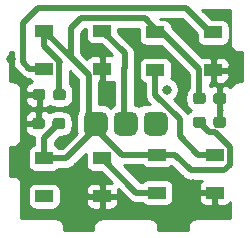
<source format=gbr>
%TF.GenerationSoftware,KiCad,Pcbnew,(5.1.10)-1*%
%TF.CreationDate,2021-06-06T01:25:55+08:00*%
%TF.ProjectId,W2S2812B,57325332-3831-4324-922e-6b696361645f,rev?*%
%TF.SameCoordinates,Original*%
%TF.FileFunction,Copper,L1,Top*%
%TF.FilePolarity,Positive*%
%FSLAX46Y46*%
G04 Gerber Fmt 4.6, Leading zero omitted, Abs format (unit mm)*
G04 Created by KiCad (PCBNEW (5.1.10)-1) date 2021-06-06 01:25:55*
%MOMM*%
%LPD*%
G01*
G04 APERTURE LIST*
%TA.AperFunction,SMDPad,CuDef*%
%ADD10R,1.500000X1.000000*%
%TD*%
%TA.AperFunction,ViaPad*%
%ADD11C,0.800000*%
%TD*%
%TA.AperFunction,Conductor*%
%ADD12C,0.508000*%
%TD*%
%TA.AperFunction,Conductor*%
%ADD13C,0.254000*%
%TD*%
%TA.AperFunction,Conductor*%
%ADD14C,0.350000*%
%TD*%
%ADD15C,0.350000*%
G04 APERTURE END LIST*
%TO.P,J1,3*%
%TO.N,GND*%
%TA.AperFunction,ComponentPad*%
G36*
G01*
X12528000Y7664000D02*
X11512000Y7664000D01*
G75*
G02*
X11004000Y8172000I0J508000D01*
G01*
X11004000Y9188000D01*
G75*
G02*
X11512000Y9696000I508000J0D01*
G01*
X12528000Y9696000D01*
G75*
G02*
X13036000Y9188000I0J-508000D01*
G01*
X13036000Y8172000D01*
G75*
G02*
X12528000Y7664000I-508000J0D01*
G01*
G37*
%TD.AperFunction*%
%TO.P,J1,2*%
%TO.N,/OUT_RGB*%
%TA.AperFunction,ComponentPad*%
G36*
G01*
X9988000Y7664000D02*
X8972000Y7664000D01*
G75*
G02*
X8464000Y8172000I0J508000D01*
G01*
X8464000Y9188000D01*
G75*
G02*
X8972000Y9696000I508000J0D01*
G01*
X9988000Y9696000D01*
G75*
G02*
X10496000Y9188000I0J-508000D01*
G01*
X10496000Y8172000D01*
G75*
G02*
X9988000Y7664000I-508000J0D01*
G01*
G37*
%TD.AperFunction*%
%TO.P,J1,1*%
%TO.N,+5V*%
%TA.AperFunction,ComponentPad*%
G36*
G01*
X7448000Y7664000D02*
X6432000Y7664000D01*
G75*
G02*
X5924000Y8172000I0J508000D01*
G01*
X5924000Y9188000D01*
G75*
G02*
X6432000Y9696000I508000J0D01*
G01*
X7448000Y9696000D01*
G75*
G02*
X7956000Y9188000I0J-508000D01*
G01*
X7956000Y8172000D01*
G75*
G02*
X7448000Y7664000I-508000J0D01*
G01*
G37*
%TD.AperFunction*%
%TD*%
D10*
%TO.P,D4,1*%
%TO.N,+5V*%
X2590000Y5750000D03*
%TO.P,D4,2*%
%TO.N,Net-(D4-Pad2)*%
X2590000Y2550000D03*
%TO.P,D4,4*%
%TO.N,Net-(D3-Pad2)*%
X7490000Y5750000D03*
%TO.P,D4,3*%
%TO.N,GND*%
X7490000Y2550000D03*
%TD*%
%TO.P,D3,1*%
%TO.N,+5V*%
X12140000Y6050000D03*
%TO.P,D3,2*%
%TO.N,Net-(D3-Pad2)*%
X12140000Y2850000D03*
%TO.P,D3,4*%
%TO.N,Net-(D2-Pad2)*%
X17040000Y6050000D03*
%TO.P,D3,3*%
%TO.N,GND*%
X17040000Y2850000D03*
%TD*%
%TO.P,D2,1*%
%TO.N,+5V*%
X11990000Y16410000D03*
%TO.P,D2,2*%
%TO.N,Net-(D2-Pad2)*%
X11990000Y13210000D03*
%TO.P,D2,4*%
%TO.N,Net-(D1-Pad2)*%
X16890000Y16410000D03*
%TO.P,D2,3*%
%TO.N,GND*%
X16890000Y13210000D03*
%TD*%
%TO.P,D1,1*%
%TO.N,+5V*%
X2590000Y16540000D03*
%TO.P,D1,2*%
%TO.N,Net-(D1-Pad2)*%
X2590000Y13340000D03*
%TO.P,D1,4*%
%TO.N,/OUT_RGB*%
X7490000Y16540000D03*
%TO.P,D1,3*%
%TO.N,GND*%
X7490000Y13340000D03*
%TD*%
%TO.P,C4,2*%
%TO.N,GND*%
%TA.AperFunction,SMDPad,CuDef*%
G36*
G01*
X16907500Y8572500D02*
X16907500Y9047500D01*
G75*
G02*
X17145000Y9285000I237500J0D01*
G01*
X17745000Y9285000D01*
G75*
G02*
X17982500Y9047500I0J-237500D01*
G01*
X17982500Y8572500D01*
G75*
G02*
X17745000Y8335000I-237500J0D01*
G01*
X17145000Y8335000D01*
G75*
G02*
X16907500Y8572500I0J237500D01*
G01*
G37*
%TD.AperFunction*%
%TO.P,C4,1*%
%TO.N,+5V*%
%TA.AperFunction,SMDPad,CuDef*%
G36*
G01*
X15182500Y8572500D02*
X15182500Y9047500D01*
G75*
G02*
X15420000Y9285000I237500J0D01*
G01*
X16020000Y9285000D01*
G75*
G02*
X16257500Y9047500I0J-237500D01*
G01*
X16257500Y8572500D01*
G75*
G02*
X16020000Y8335000I-237500J0D01*
G01*
X15420000Y8335000D01*
G75*
G02*
X15182500Y8572500I0J237500D01*
G01*
G37*
%TD.AperFunction*%
%TD*%
%TO.P,C3,2*%
%TO.N,GND*%
%TA.AperFunction,SMDPad,CuDef*%
G36*
G01*
X2695000Y11387500D02*
X2695000Y10912500D01*
G75*
G02*
X2457500Y10675000I-237500J0D01*
G01*
X1857500Y10675000D01*
G75*
G02*
X1620000Y10912500I0J237500D01*
G01*
X1620000Y11387500D01*
G75*
G02*
X1857500Y11625000I237500J0D01*
G01*
X2457500Y11625000D01*
G75*
G02*
X2695000Y11387500I0J-237500D01*
G01*
G37*
%TD.AperFunction*%
%TO.P,C3,1*%
%TO.N,+5V*%
%TA.AperFunction,SMDPad,CuDef*%
G36*
G01*
X4420000Y11387500D02*
X4420000Y10912500D01*
G75*
G02*
X4182500Y10675000I-237500J0D01*
G01*
X3582500Y10675000D01*
G75*
G02*
X3345000Y10912500I0J237500D01*
G01*
X3345000Y11387500D01*
G75*
G02*
X3582500Y11625000I237500J0D01*
G01*
X4182500Y11625000D01*
G75*
G02*
X4420000Y11387500I0J-237500D01*
G01*
G37*
%TD.AperFunction*%
%TD*%
%TO.P,C2,2*%
%TO.N,GND*%
%TA.AperFunction,SMDPad,CuDef*%
G36*
G01*
X16912500Y10582500D02*
X16912500Y11057500D01*
G75*
G02*
X17150000Y11295000I237500J0D01*
G01*
X17750000Y11295000D01*
G75*
G02*
X17987500Y11057500I0J-237500D01*
G01*
X17987500Y10582500D01*
G75*
G02*
X17750000Y10345000I-237500J0D01*
G01*
X17150000Y10345000D01*
G75*
G02*
X16912500Y10582500I0J237500D01*
G01*
G37*
%TD.AperFunction*%
%TO.P,C2,1*%
%TO.N,+5V*%
%TA.AperFunction,SMDPad,CuDef*%
G36*
G01*
X15187500Y10582500D02*
X15187500Y11057500D01*
G75*
G02*
X15425000Y11295000I237500J0D01*
G01*
X16025000Y11295000D01*
G75*
G02*
X16262500Y11057500I0J-237500D01*
G01*
X16262500Y10582500D01*
G75*
G02*
X16025000Y10345000I-237500J0D01*
G01*
X15425000Y10345000D01*
G75*
G02*
X15187500Y10582500I0J237500D01*
G01*
G37*
%TD.AperFunction*%
%TD*%
%TO.P,C1,2*%
%TO.N,GND*%
%TA.AperFunction,SMDPad,CuDef*%
G36*
G01*
X2635000Y8937500D02*
X2635000Y8462500D01*
G75*
G02*
X2397500Y8225000I-237500J0D01*
G01*
X1797500Y8225000D01*
G75*
G02*
X1560000Y8462500I0J237500D01*
G01*
X1560000Y8937500D01*
G75*
G02*
X1797500Y9175000I237500J0D01*
G01*
X2397500Y9175000D01*
G75*
G02*
X2635000Y8937500I0J-237500D01*
G01*
G37*
%TD.AperFunction*%
%TO.P,C1,1*%
%TO.N,+5V*%
%TA.AperFunction,SMDPad,CuDef*%
G36*
G01*
X4360000Y8937500D02*
X4360000Y8462500D01*
G75*
G02*
X4122500Y8225000I-237500J0D01*
G01*
X3522500Y8225000D01*
G75*
G02*
X3285000Y8462500I0J237500D01*
G01*
X3285000Y8937500D01*
G75*
G02*
X3522500Y9175000I237500J0D01*
G01*
X4122500Y9175000D01*
G75*
G02*
X4360000Y8937500I0J-237500D01*
G01*
G37*
%TD.AperFunction*%
%TD*%
D11*
%TO.N,*%
X12960000Y11560000D03*
%TO.N,GND*%
X17830000Y14860000D03*
X7830000Y11150000D03*
X15210000Y3540000D03*
X1010000Y4110000D03*
X-250000Y14130000D03*
X10780000Y11750000D03*
%TO.N,Net-(D4-Pad2)*%
X2600000Y2560000D03*
%TD*%
D12*
%TO.N,+5V*%
X6840000Y8760000D02*
X6840000Y8150000D01*
X4440000Y5750000D02*
X2590000Y5750000D01*
X6840000Y8150000D02*
X4440000Y5750000D01*
X6358999Y9241001D02*
X6358999Y12771001D01*
X6840000Y8760000D02*
X6358999Y9241001D01*
X2590000Y15275802D02*
X3922500Y13943302D01*
X2590000Y16540000D02*
X2590000Y15275802D01*
X6840000Y8760000D02*
X6840000Y8420000D01*
X9210000Y6050000D02*
X12140000Y6050000D01*
X6840000Y8420000D02*
X9210000Y6050000D01*
X12140000Y6050000D02*
X13680000Y6050000D01*
X13680000Y6050000D02*
X14980000Y4750000D01*
X14980000Y4750000D02*
X17850000Y4750000D01*
X17850000Y4750000D02*
X18280000Y5180000D01*
X16576010Y7953990D02*
X15720000Y8810000D01*
X17071812Y7953990D02*
X16576010Y7953990D01*
X18280000Y6745802D02*
X17071812Y7953990D01*
X18280000Y5180000D02*
X18280000Y6745802D01*
X4815000Y14315000D02*
X4815000Y16675000D01*
X6358999Y12771001D02*
X4815000Y14315000D01*
X4815000Y14315000D02*
X2590000Y16540000D01*
X5670000Y17620000D02*
X11087998Y17620000D01*
X11990000Y16717998D02*
X11990000Y16410000D01*
X11087998Y17620000D02*
X11990000Y16717998D01*
X4815000Y16765000D02*
X5670000Y17620000D01*
X4815000Y16675000D02*
X4815000Y16765000D01*
X12600000Y16410000D02*
X11990000Y16410000D01*
X15725000Y13285000D02*
X12600000Y16410000D01*
X15725000Y10820000D02*
X15725000Y13285000D01*
X2590000Y7467500D02*
X3822500Y8700000D01*
X2590000Y5750000D02*
X2590000Y7467500D01*
X3882500Y13903302D02*
X3922500Y13943302D01*
X3882500Y11150000D02*
X3882500Y13903302D01*
%TO.N,/OUT_RGB*%
X9380000Y13385802D02*
X9400000Y13405802D01*
X9380000Y8760000D02*
X9380000Y13385802D01*
X9400000Y14630000D02*
X7490000Y16540000D01*
X9400000Y13405802D02*
X9400000Y14630000D01*
%TO.N,Net-(D1-Pad2)*%
X1332000Y13340000D02*
X2590000Y13340000D01*
X800000Y13872000D02*
X1332000Y13340000D01*
X800000Y17190000D02*
X800000Y13872000D01*
X2050000Y18440000D02*
X800000Y17190000D01*
X14620000Y18440000D02*
X2050000Y18440000D01*
X16650000Y16410000D02*
X14620000Y18440000D01*
X16890000Y16410000D02*
X16650000Y16410000D01*
%TO.N,Net-(D2-Pad2)*%
X15640000Y6050000D02*
X17040000Y6050000D01*
X14070000Y7620000D02*
X15640000Y6050000D01*
X14070000Y9047794D02*
X14070000Y7620000D01*
X11990000Y11127794D02*
X14070000Y9047794D01*
X11990000Y13210000D02*
X11990000Y11127794D01*
%TO.N,Net-(D3-Pad2)*%
X10390000Y2850000D02*
X7490000Y5750000D01*
X12140000Y2850000D02*
X10390000Y2850000D01*
%TO.N,Net-(D4-Pad2)*%
X2590000Y2550000D02*
X2600000Y2560000D01*
%TD*%
D13*
%TO.N,GND*%
X-88999Y13915670D02*
X-93300Y13872000D01*
X-76136Y13697726D01*
X-25302Y13530148D01*
X32665Y13421700D01*
X57248Y13375709D01*
X168342Y13240341D01*
X202259Y13212506D01*
X672501Y12742264D01*
X700341Y12708341D01*
X835709Y12597247D01*
X990149Y12514697D01*
X1086381Y12485506D01*
X1157725Y12463864D01*
X1174325Y12462229D01*
X1288333Y12451000D01*
X1288340Y12451000D01*
X1332000Y12446700D01*
X1340614Y12447548D01*
X1388815Y12388815D01*
X1485506Y12309463D01*
X1579718Y12259105D01*
X1495518Y12250812D01*
X1375820Y12214502D01*
X1265506Y12155537D01*
X1168815Y12076185D01*
X1089463Y11979494D01*
X1030498Y11869180D01*
X994188Y11749482D01*
X981928Y11625000D01*
X985000Y11435750D01*
X1143750Y11277000D01*
X2030500Y11277000D01*
X2030500Y11297000D01*
X2284500Y11297000D01*
X2284500Y11277000D01*
X2304500Y11277000D01*
X2304500Y11023000D01*
X2284500Y11023000D01*
X2284500Y10198750D01*
X2443250Y10040000D01*
X2695000Y10036928D01*
X2819482Y10049188D01*
X2939180Y10085498D01*
X3049494Y10144463D01*
X3097394Y10183774D01*
X3247433Y10103577D01*
X3411684Y10053752D01*
X3582500Y10036928D01*
X4182500Y10036928D01*
X4353316Y10053752D01*
X4517567Y10103577D01*
X4668942Y10184488D01*
X4801623Y10293377D01*
X4910512Y10426058D01*
X4991423Y10577433D01*
X5041248Y10741684D01*
X5058072Y10912500D01*
X5058072Y11387500D01*
X5041248Y11558316D01*
X4991423Y11722567D01*
X4910512Y11873942D01*
X4801623Y12006623D01*
X4771500Y12031344D01*
X4771500Y13101265D01*
X5470000Y12402765D01*
X5469999Y9807741D01*
X5373168Y9626583D01*
X5307949Y9411588D01*
X5285928Y9188000D01*
X5285928Y8172000D01*
X5307949Y7948412D01*
X5324992Y7892228D01*
X4071765Y6639000D01*
X3842219Y6639000D01*
X3791185Y6701185D01*
X3694494Y6780537D01*
X3584180Y6839502D01*
X3479000Y6871408D01*
X3479000Y7099265D01*
X3966664Y7586928D01*
X4122500Y7586928D01*
X4293316Y7603752D01*
X4457567Y7653577D01*
X4608942Y7734488D01*
X4741623Y7843377D01*
X4850512Y7976058D01*
X4931423Y8127433D01*
X4981248Y8291684D01*
X4998072Y8462500D01*
X4998072Y8937500D01*
X4981248Y9108316D01*
X4931423Y9272567D01*
X4850512Y9423942D01*
X4741623Y9556623D01*
X4608942Y9665512D01*
X4457567Y9746423D01*
X4293316Y9796248D01*
X4122500Y9813072D01*
X3522500Y9813072D01*
X3351684Y9796248D01*
X3187433Y9746423D01*
X3037394Y9666226D01*
X2989494Y9705537D01*
X2879180Y9764502D01*
X2759482Y9800812D01*
X2635000Y9813072D01*
X2383250Y9810000D01*
X2224500Y9651250D01*
X2224500Y8827000D01*
X2244500Y8827000D01*
X2244500Y8573000D01*
X2224500Y8573000D01*
X2224500Y8553000D01*
X1970500Y8553000D01*
X1970500Y8573000D01*
X1083750Y8573000D01*
X925000Y8414250D01*
X921928Y8225000D01*
X934188Y8100518D01*
X970498Y7980820D01*
X1029463Y7870506D01*
X1108815Y7773815D01*
X1205506Y7694463D01*
X1315820Y7635498D01*
X1435518Y7599188D01*
X1560000Y7586928D01*
X1708641Y7588742D01*
X1696700Y7467500D01*
X1701001Y7423830D01*
X1701001Y6871408D01*
X1595820Y6839502D01*
X1485506Y6780537D01*
X1388815Y6701185D01*
X1309463Y6604494D01*
X1250498Y6494180D01*
X1214188Y6374482D01*
X1201928Y6250000D01*
X1201928Y5250000D01*
X1214188Y5125518D01*
X1250498Y5005820D01*
X1309463Y4895506D01*
X1388815Y4798815D01*
X1485506Y4719463D01*
X1595820Y4660498D01*
X1715518Y4624188D01*
X1840000Y4611928D01*
X3340000Y4611928D01*
X3464482Y4624188D01*
X3584180Y4660498D01*
X3694494Y4719463D01*
X3791185Y4798815D01*
X3842219Y4861000D01*
X4396340Y4861000D01*
X4440000Y4856700D01*
X4483660Y4861000D01*
X4483667Y4861000D01*
X4614274Y4873864D01*
X4781851Y4924697D01*
X4936291Y5007247D01*
X5071659Y5118341D01*
X5099499Y5152264D01*
X6101928Y6154693D01*
X6101928Y5250000D01*
X6114188Y5125518D01*
X6150498Y5005820D01*
X6209463Y4895506D01*
X6288815Y4798815D01*
X6385506Y4719463D01*
X6495820Y4660498D01*
X6615518Y4624188D01*
X6740000Y4611928D01*
X7370837Y4611928D01*
X8300668Y3682097D01*
X8240000Y3688072D01*
X7775750Y3685000D01*
X7617000Y3526250D01*
X7617000Y2677000D01*
X8716250Y2677000D01*
X8875000Y2835750D01*
X8878072Y3050000D01*
X8872097Y3110668D01*
X9730501Y2252264D01*
X9758341Y2218341D01*
X9893709Y2107247D01*
X10048149Y2024697D01*
X10114058Y2004704D01*
X10215724Y1973864D01*
X10248924Y1970594D01*
X10346333Y1961000D01*
X10346339Y1961000D01*
X10389999Y1956700D01*
X10433659Y1961000D01*
X10887781Y1961000D01*
X10938815Y1898815D01*
X11035506Y1819463D01*
X11145820Y1760498D01*
X11265518Y1724188D01*
X11390000Y1711928D01*
X12890000Y1711928D01*
X13014482Y1724188D01*
X13134180Y1760498D01*
X13244494Y1819463D01*
X13341185Y1898815D01*
X13420537Y1995506D01*
X13479502Y2105820D01*
X13515812Y2225518D01*
X13528072Y2350000D01*
X15651928Y2350000D01*
X15664188Y2225518D01*
X15700498Y2105820D01*
X15759463Y1995506D01*
X15838815Y1898815D01*
X15935506Y1819463D01*
X16045820Y1760498D01*
X16165518Y1724188D01*
X16290000Y1711928D01*
X16754250Y1715000D01*
X16913000Y1873750D01*
X16913000Y2723000D01*
X15813750Y2723000D01*
X15655000Y2564250D01*
X15651928Y2350000D01*
X13528072Y2350000D01*
X13528072Y3350000D01*
X13515812Y3474482D01*
X13479502Y3594180D01*
X13420537Y3704494D01*
X13341185Y3801185D01*
X13244494Y3880537D01*
X13134180Y3939502D01*
X13014482Y3975812D01*
X12890000Y3988072D01*
X11390000Y3988072D01*
X11265518Y3975812D01*
X11145820Y3939502D01*
X11035506Y3880537D01*
X10938815Y3801185D01*
X10887781Y3739000D01*
X10758235Y3739000D01*
X9336235Y5161000D01*
X10887781Y5161000D01*
X10938815Y5098815D01*
X11035506Y5019463D01*
X11145820Y4960498D01*
X11265518Y4924188D01*
X11390000Y4911928D01*
X12890000Y4911928D01*
X13014482Y4924188D01*
X13134180Y4960498D01*
X13244494Y5019463D01*
X13341185Y5098815D01*
X13355954Y5116811D01*
X14320506Y4152259D01*
X14348341Y4118341D01*
X14483709Y4007247D01*
X14638149Y3924697D01*
X14754892Y3889284D01*
X14805725Y3873864D01*
X14822325Y3872229D01*
X14936333Y3861000D01*
X14936340Y3861000D01*
X14980000Y3856700D01*
X15023660Y3861000D01*
X15911700Y3861000D01*
X15838815Y3801185D01*
X15759463Y3704494D01*
X15700498Y3594180D01*
X15664188Y3474482D01*
X15651928Y3350000D01*
X15655000Y3135750D01*
X15813750Y2977000D01*
X16913000Y2977000D01*
X16913000Y2997000D01*
X17167000Y2997000D01*
X17167000Y2977000D01*
X17187000Y2977000D01*
X17187000Y2723000D01*
X17167000Y2723000D01*
X17167000Y1873750D01*
X17325750Y1715000D01*
X17790000Y1711928D01*
X17914482Y1724188D01*
X18034180Y1760498D01*
X18144494Y1819463D01*
X18241185Y1898815D01*
X18320537Y1995506D01*
X18340001Y2031919D01*
X18340000Y660000D01*
X15432419Y660000D01*
X15400000Y663193D01*
X15367581Y660000D01*
X15270617Y650450D01*
X15146207Y612710D01*
X15031550Y551425D01*
X14931052Y468948D01*
X14848575Y368450D01*
X14787290Y253793D01*
X14749550Y129383D01*
X14736807Y0D01*
X14740001Y-32429D01*
X14740001Y-340000D01*
X12260000Y-340000D01*
X12260000Y-32418D01*
X12263193Y0D01*
X12250450Y129383D01*
X12212710Y253793D01*
X12151425Y368450D01*
X12068948Y468948D01*
X11968450Y551425D01*
X11853793Y612710D01*
X11729383Y650450D01*
X11632419Y660000D01*
X11600000Y663193D01*
X11567581Y660000D01*
X7432419Y660000D01*
X7400000Y663193D01*
X7367581Y660000D01*
X7270617Y650450D01*
X7146207Y612710D01*
X7031550Y551425D01*
X6931052Y468948D01*
X6848575Y368450D01*
X6787290Y253793D01*
X6749550Y129383D01*
X6736807Y0D01*
X6740001Y-32429D01*
X6740001Y-340000D01*
X4260000Y-340000D01*
X4260000Y-32418D01*
X4263193Y0D01*
X4250450Y129383D01*
X4212710Y253793D01*
X4151425Y368450D01*
X4068948Y468948D01*
X3968450Y551425D01*
X3853793Y612710D01*
X3729383Y650450D01*
X3632419Y660000D01*
X3600000Y663193D01*
X3567581Y660000D01*
X660000Y660000D01*
X660000Y3050000D01*
X1201928Y3050000D01*
X1201928Y2050000D01*
X1214188Y1925518D01*
X1250498Y1805820D01*
X1309463Y1695506D01*
X1388815Y1598815D01*
X1485506Y1519463D01*
X1595820Y1460498D01*
X1715518Y1424188D01*
X1840000Y1411928D01*
X3340000Y1411928D01*
X3464482Y1424188D01*
X3584180Y1460498D01*
X3694494Y1519463D01*
X3791185Y1598815D01*
X3870537Y1695506D01*
X3929502Y1805820D01*
X3965812Y1925518D01*
X3978072Y2050000D01*
X6101928Y2050000D01*
X6114188Y1925518D01*
X6150498Y1805820D01*
X6209463Y1695506D01*
X6288815Y1598815D01*
X6385506Y1519463D01*
X6495820Y1460498D01*
X6615518Y1424188D01*
X6740000Y1411928D01*
X7204250Y1415000D01*
X7363000Y1573750D01*
X7363000Y2423000D01*
X7617000Y2423000D01*
X7617000Y1573750D01*
X7775750Y1415000D01*
X8240000Y1411928D01*
X8364482Y1424188D01*
X8484180Y1460498D01*
X8594494Y1519463D01*
X8691185Y1598815D01*
X8770537Y1695506D01*
X8829502Y1805820D01*
X8865812Y1925518D01*
X8878072Y2050000D01*
X8875000Y2264250D01*
X8716250Y2423000D01*
X7617000Y2423000D01*
X7363000Y2423000D01*
X6263750Y2423000D01*
X6105000Y2264250D01*
X6101928Y2050000D01*
X3978072Y2050000D01*
X3978072Y3050000D01*
X6101928Y3050000D01*
X6105000Y2835750D01*
X6263750Y2677000D01*
X7363000Y2677000D01*
X7363000Y3526250D01*
X7204250Y3685000D01*
X6740000Y3688072D01*
X6615518Y3675812D01*
X6495820Y3639502D01*
X6385506Y3580537D01*
X6288815Y3501185D01*
X6209463Y3404494D01*
X6150498Y3294180D01*
X6114188Y3174482D01*
X6101928Y3050000D01*
X3978072Y3050000D01*
X3965812Y3174482D01*
X3929502Y3294180D01*
X3870537Y3404494D01*
X3791185Y3501185D01*
X3694494Y3580537D01*
X3584180Y3639502D01*
X3464482Y3675812D01*
X3340000Y3688072D01*
X1840000Y3688072D01*
X1715518Y3675812D01*
X1595820Y3639502D01*
X1485506Y3580537D01*
X1388815Y3501185D01*
X1309463Y3404494D01*
X1250498Y3294180D01*
X1214188Y3174482D01*
X1201928Y3050000D01*
X660000Y3050000D01*
X660000Y3567582D01*
X663193Y3600000D01*
X650450Y3729383D01*
X612710Y3853793D01*
X551425Y3968450D01*
X468948Y4068948D01*
X368450Y4151425D01*
X253793Y4212710D01*
X129383Y4250450D01*
X32419Y4260000D01*
X0Y4263193D01*
X-32419Y4260000D01*
X-340000Y4260000D01*
X-340000Y6740000D01*
X-32419Y6740000D01*
X0Y6736807D01*
X32419Y6740000D01*
X71652Y6743864D01*
X129383Y6749550D01*
X253793Y6787290D01*
X368450Y6848575D01*
X468948Y6931052D01*
X551425Y7031550D01*
X612710Y7146207D01*
X650450Y7270617D01*
X655776Y7324697D01*
X663193Y7400000D01*
X660000Y7432419D01*
X660000Y9175000D01*
X921928Y9175000D01*
X925000Y8985750D01*
X1083750Y8827000D01*
X1970500Y8827000D01*
X1970500Y9651250D01*
X1811750Y9810000D01*
X1560000Y9813072D01*
X1435518Y9800812D01*
X1315820Y9764502D01*
X1205506Y9705537D01*
X1108815Y9626185D01*
X1029463Y9529494D01*
X970498Y9419180D01*
X934188Y9299482D01*
X921928Y9175000D01*
X660000Y9175000D01*
X660000Y10675000D01*
X981928Y10675000D01*
X994188Y10550518D01*
X1030498Y10430820D01*
X1089463Y10320506D01*
X1168815Y10223815D01*
X1265506Y10144463D01*
X1375820Y10085498D01*
X1495518Y10049188D01*
X1620000Y10036928D01*
X1871750Y10040000D01*
X2030500Y10198750D01*
X2030500Y11023000D01*
X1143750Y11023000D01*
X985000Y10864250D01*
X981928Y10675000D01*
X660000Y10675000D01*
X660000Y11567582D01*
X663193Y11600000D01*
X650450Y11729383D01*
X612710Y11853793D01*
X551425Y11968450D01*
X468948Y12068948D01*
X368450Y12151425D01*
X253793Y12212710D01*
X129383Y12250450D01*
X32419Y12260000D01*
X0Y12263193D01*
X-32419Y12260000D01*
X-340000Y12260000D01*
X-340000Y14740000D01*
X-88999Y14740000D01*
X-88999Y13915670D01*
%TA.AperFunction,Conductor*%
D14*
G36*
X-88999Y13915670D02*
G01*
X-93300Y13872000D01*
X-76136Y13697726D01*
X-25302Y13530148D01*
X32665Y13421700D01*
X57248Y13375709D01*
X168342Y13240341D01*
X202259Y13212506D01*
X672501Y12742264D01*
X700341Y12708341D01*
X835709Y12597247D01*
X990149Y12514697D01*
X1086381Y12485506D01*
X1157725Y12463864D01*
X1174325Y12462229D01*
X1288333Y12451000D01*
X1288340Y12451000D01*
X1332000Y12446700D01*
X1340614Y12447548D01*
X1388815Y12388815D01*
X1485506Y12309463D01*
X1579718Y12259105D01*
X1495518Y12250812D01*
X1375820Y12214502D01*
X1265506Y12155537D01*
X1168815Y12076185D01*
X1089463Y11979494D01*
X1030498Y11869180D01*
X994188Y11749482D01*
X981928Y11625000D01*
X985000Y11435750D01*
X1143750Y11277000D01*
X2030500Y11277000D01*
X2030500Y11297000D01*
X2284500Y11297000D01*
X2284500Y11277000D01*
X2304500Y11277000D01*
X2304500Y11023000D01*
X2284500Y11023000D01*
X2284500Y10198750D01*
X2443250Y10040000D01*
X2695000Y10036928D01*
X2819482Y10049188D01*
X2939180Y10085498D01*
X3049494Y10144463D01*
X3097394Y10183774D01*
X3247433Y10103577D01*
X3411684Y10053752D01*
X3582500Y10036928D01*
X4182500Y10036928D01*
X4353316Y10053752D01*
X4517567Y10103577D01*
X4668942Y10184488D01*
X4801623Y10293377D01*
X4910512Y10426058D01*
X4991423Y10577433D01*
X5041248Y10741684D01*
X5058072Y10912500D01*
X5058072Y11387500D01*
X5041248Y11558316D01*
X4991423Y11722567D01*
X4910512Y11873942D01*
X4801623Y12006623D01*
X4771500Y12031344D01*
X4771500Y13101265D01*
X5470000Y12402765D01*
X5469999Y9807741D01*
X5373168Y9626583D01*
X5307949Y9411588D01*
X5285928Y9188000D01*
X5285928Y8172000D01*
X5307949Y7948412D01*
X5324992Y7892228D01*
X4071765Y6639000D01*
X3842219Y6639000D01*
X3791185Y6701185D01*
X3694494Y6780537D01*
X3584180Y6839502D01*
X3479000Y6871408D01*
X3479000Y7099265D01*
X3966664Y7586928D01*
X4122500Y7586928D01*
X4293316Y7603752D01*
X4457567Y7653577D01*
X4608942Y7734488D01*
X4741623Y7843377D01*
X4850512Y7976058D01*
X4931423Y8127433D01*
X4981248Y8291684D01*
X4998072Y8462500D01*
X4998072Y8937500D01*
X4981248Y9108316D01*
X4931423Y9272567D01*
X4850512Y9423942D01*
X4741623Y9556623D01*
X4608942Y9665512D01*
X4457567Y9746423D01*
X4293316Y9796248D01*
X4122500Y9813072D01*
X3522500Y9813072D01*
X3351684Y9796248D01*
X3187433Y9746423D01*
X3037394Y9666226D01*
X2989494Y9705537D01*
X2879180Y9764502D01*
X2759482Y9800812D01*
X2635000Y9813072D01*
X2383250Y9810000D01*
X2224500Y9651250D01*
X2224500Y8827000D01*
X2244500Y8827000D01*
X2244500Y8573000D01*
X2224500Y8573000D01*
X2224500Y8553000D01*
X1970500Y8553000D01*
X1970500Y8573000D01*
X1083750Y8573000D01*
X925000Y8414250D01*
X921928Y8225000D01*
X934188Y8100518D01*
X970498Y7980820D01*
X1029463Y7870506D01*
X1108815Y7773815D01*
X1205506Y7694463D01*
X1315820Y7635498D01*
X1435518Y7599188D01*
X1560000Y7586928D01*
X1708641Y7588742D01*
X1696700Y7467500D01*
X1701001Y7423830D01*
X1701001Y6871408D01*
X1595820Y6839502D01*
X1485506Y6780537D01*
X1388815Y6701185D01*
X1309463Y6604494D01*
X1250498Y6494180D01*
X1214188Y6374482D01*
X1201928Y6250000D01*
X1201928Y5250000D01*
X1214188Y5125518D01*
X1250498Y5005820D01*
X1309463Y4895506D01*
X1388815Y4798815D01*
X1485506Y4719463D01*
X1595820Y4660498D01*
X1715518Y4624188D01*
X1840000Y4611928D01*
X3340000Y4611928D01*
X3464482Y4624188D01*
X3584180Y4660498D01*
X3694494Y4719463D01*
X3791185Y4798815D01*
X3842219Y4861000D01*
X4396340Y4861000D01*
X4440000Y4856700D01*
X4483660Y4861000D01*
X4483667Y4861000D01*
X4614274Y4873864D01*
X4781851Y4924697D01*
X4936291Y5007247D01*
X5071659Y5118341D01*
X5099499Y5152264D01*
X6101928Y6154693D01*
X6101928Y5250000D01*
X6114188Y5125518D01*
X6150498Y5005820D01*
X6209463Y4895506D01*
X6288815Y4798815D01*
X6385506Y4719463D01*
X6495820Y4660498D01*
X6615518Y4624188D01*
X6740000Y4611928D01*
X7370837Y4611928D01*
X8300668Y3682097D01*
X8240000Y3688072D01*
X7775750Y3685000D01*
X7617000Y3526250D01*
X7617000Y2677000D01*
X8716250Y2677000D01*
X8875000Y2835750D01*
X8878072Y3050000D01*
X8872097Y3110668D01*
X9730501Y2252264D01*
X9758341Y2218341D01*
X9893709Y2107247D01*
X10048149Y2024697D01*
X10114058Y2004704D01*
X10215724Y1973864D01*
X10248924Y1970594D01*
X10346333Y1961000D01*
X10346339Y1961000D01*
X10389999Y1956700D01*
X10433659Y1961000D01*
X10887781Y1961000D01*
X10938815Y1898815D01*
X11035506Y1819463D01*
X11145820Y1760498D01*
X11265518Y1724188D01*
X11390000Y1711928D01*
X12890000Y1711928D01*
X13014482Y1724188D01*
X13134180Y1760498D01*
X13244494Y1819463D01*
X13341185Y1898815D01*
X13420537Y1995506D01*
X13479502Y2105820D01*
X13515812Y2225518D01*
X13528072Y2350000D01*
X15651928Y2350000D01*
X15664188Y2225518D01*
X15700498Y2105820D01*
X15759463Y1995506D01*
X15838815Y1898815D01*
X15935506Y1819463D01*
X16045820Y1760498D01*
X16165518Y1724188D01*
X16290000Y1711928D01*
X16754250Y1715000D01*
X16913000Y1873750D01*
X16913000Y2723000D01*
X15813750Y2723000D01*
X15655000Y2564250D01*
X15651928Y2350000D01*
X13528072Y2350000D01*
X13528072Y3350000D01*
X13515812Y3474482D01*
X13479502Y3594180D01*
X13420537Y3704494D01*
X13341185Y3801185D01*
X13244494Y3880537D01*
X13134180Y3939502D01*
X13014482Y3975812D01*
X12890000Y3988072D01*
X11390000Y3988072D01*
X11265518Y3975812D01*
X11145820Y3939502D01*
X11035506Y3880537D01*
X10938815Y3801185D01*
X10887781Y3739000D01*
X10758235Y3739000D01*
X9336235Y5161000D01*
X10887781Y5161000D01*
X10938815Y5098815D01*
X11035506Y5019463D01*
X11145820Y4960498D01*
X11265518Y4924188D01*
X11390000Y4911928D01*
X12890000Y4911928D01*
X13014482Y4924188D01*
X13134180Y4960498D01*
X13244494Y5019463D01*
X13341185Y5098815D01*
X13355954Y5116811D01*
X14320506Y4152259D01*
X14348341Y4118341D01*
X14483709Y4007247D01*
X14638149Y3924697D01*
X14754892Y3889284D01*
X14805725Y3873864D01*
X14822325Y3872229D01*
X14936333Y3861000D01*
X14936340Y3861000D01*
X14980000Y3856700D01*
X15023660Y3861000D01*
X15911700Y3861000D01*
X15838815Y3801185D01*
X15759463Y3704494D01*
X15700498Y3594180D01*
X15664188Y3474482D01*
X15651928Y3350000D01*
X15655000Y3135750D01*
X15813750Y2977000D01*
X16913000Y2977000D01*
X16913000Y2997000D01*
X17167000Y2997000D01*
X17167000Y2977000D01*
X17187000Y2977000D01*
X17187000Y2723000D01*
X17167000Y2723000D01*
X17167000Y1873750D01*
X17325750Y1715000D01*
X17790000Y1711928D01*
X17914482Y1724188D01*
X18034180Y1760498D01*
X18144494Y1819463D01*
X18241185Y1898815D01*
X18320537Y1995506D01*
X18340001Y2031919D01*
X18340000Y660000D01*
X15432419Y660000D01*
X15400000Y663193D01*
X15367581Y660000D01*
X15270617Y650450D01*
X15146207Y612710D01*
X15031550Y551425D01*
X14931052Y468948D01*
X14848575Y368450D01*
X14787290Y253793D01*
X14749550Y129383D01*
X14736807Y0D01*
X14740001Y-32429D01*
X14740001Y-340000D01*
X12260000Y-340000D01*
X12260000Y-32418D01*
X12263193Y0D01*
X12250450Y129383D01*
X12212710Y253793D01*
X12151425Y368450D01*
X12068948Y468948D01*
X11968450Y551425D01*
X11853793Y612710D01*
X11729383Y650450D01*
X11632419Y660000D01*
X11600000Y663193D01*
X11567581Y660000D01*
X7432419Y660000D01*
X7400000Y663193D01*
X7367581Y660000D01*
X7270617Y650450D01*
X7146207Y612710D01*
X7031550Y551425D01*
X6931052Y468948D01*
X6848575Y368450D01*
X6787290Y253793D01*
X6749550Y129383D01*
X6736807Y0D01*
X6740001Y-32429D01*
X6740001Y-340000D01*
X4260000Y-340000D01*
X4260000Y-32418D01*
X4263193Y0D01*
X4250450Y129383D01*
X4212710Y253793D01*
X4151425Y368450D01*
X4068948Y468948D01*
X3968450Y551425D01*
X3853793Y612710D01*
X3729383Y650450D01*
X3632419Y660000D01*
X3600000Y663193D01*
X3567581Y660000D01*
X660000Y660000D01*
X660000Y3050000D01*
X1201928Y3050000D01*
X1201928Y2050000D01*
X1214188Y1925518D01*
X1250498Y1805820D01*
X1309463Y1695506D01*
X1388815Y1598815D01*
X1485506Y1519463D01*
X1595820Y1460498D01*
X1715518Y1424188D01*
X1840000Y1411928D01*
X3340000Y1411928D01*
X3464482Y1424188D01*
X3584180Y1460498D01*
X3694494Y1519463D01*
X3791185Y1598815D01*
X3870537Y1695506D01*
X3929502Y1805820D01*
X3965812Y1925518D01*
X3978072Y2050000D01*
X6101928Y2050000D01*
X6114188Y1925518D01*
X6150498Y1805820D01*
X6209463Y1695506D01*
X6288815Y1598815D01*
X6385506Y1519463D01*
X6495820Y1460498D01*
X6615518Y1424188D01*
X6740000Y1411928D01*
X7204250Y1415000D01*
X7363000Y1573750D01*
X7363000Y2423000D01*
X7617000Y2423000D01*
X7617000Y1573750D01*
X7775750Y1415000D01*
X8240000Y1411928D01*
X8364482Y1424188D01*
X8484180Y1460498D01*
X8594494Y1519463D01*
X8691185Y1598815D01*
X8770537Y1695506D01*
X8829502Y1805820D01*
X8865812Y1925518D01*
X8878072Y2050000D01*
X8875000Y2264250D01*
X8716250Y2423000D01*
X7617000Y2423000D01*
X7363000Y2423000D01*
X6263750Y2423000D01*
X6105000Y2264250D01*
X6101928Y2050000D01*
X3978072Y2050000D01*
X3978072Y3050000D01*
X6101928Y3050000D01*
X6105000Y2835750D01*
X6263750Y2677000D01*
X7363000Y2677000D01*
X7363000Y3526250D01*
X7204250Y3685000D01*
X6740000Y3688072D01*
X6615518Y3675812D01*
X6495820Y3639502D01*
X6385506Y3580537D01*
X6288815Y3501185D01*
X6209463Y3404494D01*
X6150498Y3294180D01*
X6114188Y3174482D01*
X6101928Y3050000D01*
X3978072Y3050000D01*
X3965812Y3174482D01*
X3929502Y3294180D01*
X3870537Y3404494D01*
X3791185Y3501185D01*
X3694494Y3580537D01*
X3584180Y3639502D01*
X3464482Y3675812D01*
X3340000Y3688072D01*
X1840000Y3688072D01*
X1715518Y3675812D01*
X1595820Y3639502D01*
X1485506Y3580537D01*
X1388815Y3501185D01*
X1309463Y3404494D01*
X1250498Y3294180D01*
X1214188Y3174482D01*
X1201928Y3050000D01*
X660000Y3050000D01*
X660000Y3567582D01*
X663193Y3600000D01*
X650450Y3729383D01*
X612710Y3853793D01*
X551425Y3968450D01*
X468948Y4068948D01*
X368450Y4151425D01*
X253793Y4212710D01*
X129383Y4250450D01*
X32419Y4260000D01*
X0Y4263193D01*
X-32419Y4260000D01*
X-340000Y4260000D01*
X-340000Y6740000D01*
X-32419Y6740000D01*
X0Y6736807D01*
X32419Y6740000D01*
X71652Y6743864D01*
X129383Y6749550D01*
X253793Y6787290D01*
X368450Y6848575D01*
X468948Y6931052D01*
X551425Y7031550D01*
X612710Y7146207D01*
X650450Y7270617D01*
X655776Y7324697D01*
X663193Y7400000D01*
X660000Y7432419D01*
X660000Y9175000D01*
X921928Y9175000D01*
X925000Y8985750D01*
X1083750Y8827000D01*
X1970500Y8827000D01*
X1970500Y9651250D01*
X1811750Y9810000D01*
X1560000Y9813072D01*
X1435518Y9800812D01*
X1315820Y9764502D01*
X1205506Y9705537D01*
X1108815Y9626185D01*
X1029463Y9529494D01*
X970498Y9419180D01*
X934188Y9299482D01*
X921928Y9175000D01*
X660000Y9175000D01*
X660000Y10675000D01*
X981928Y10675000D01*
X994188Y10550518D01*
X1030498Y10430820D01*
X1089463Y10320506D01*
X1168815Y10223815D01*
X1265506Y10144463D01*
X1375820Y10085498D01*
X1495518Y10049188D01*
X1620000Y10036928D01*
X1871750Y10040000D01*
X2030500Y10198750D01*
X2030500Y11023000D01*
X1143750Y11023000D01*
X985000Y10864250D01*
X981928Y10675000D01*
X660000Y10675000D01*
X660000Y11567582D01*
X663193Y11600000D01*
X650450Y11729383D01*
X612710Y11853793D01*
X551425Y11968450D01*
X468948Y12068948D01*
X368450Y12151425D01*
X253793Y12212710D01*
X129383Y12250450D01*
X32419Y12260000D01*
X0Y12263193D01*
X-32419Y12260000D01*
X-340000Y12260000D01*
X-340000Y14740000D01*
X-88999Y14740000D01*
X-88999Y13915670D01*
G37*
%TD.AperFunction*%
D13*
X12147000Y8807000D02*
X12167000Y8807000D01*
X12167000Y8553000D01*
X12147000Y8553000D01*
X12147000Y8533000D01*
X11893000Y8533000D01*
X11893000Y8553000D01*
X11873000Y8553000D01*
X11873000Y8807000D01*
X11893000Y8807000D01*
X11893000Y8827000D01*
X12147000Y8827000D01*
X12147000Y8807000D01*
%TA.AperFunction,Conductor*%
D14*
G36*
X12147000Y8807000D02*
G01*
X12167000Y8807000D01*
X12167000Y8553000D01*
X12147000Y8553000D01*
X12147000Y8533000D01*
X11893000Y8533000D01*
X11893000Y8553000D01*
X11873000Y8553000D01*
X11873000Y8807000D01*
X11893000Y8807000D01*
X11893000Y8827000D01*
X12147000Y8827000D01*
X12147000Y8807000D01*
G37*
%TD.AperFunction*%
D13*
X18340001Y15432429D02*
X18336807Y15400000D01*
X18349550Y15270617D01*
X18387290Y15146207D01*
X18448575Y15031550D01*
X18531052Y14931052D01*
X18631550Y14848575D01*
X18746207Y14787290D01*
X18870617Y14749550D01*
X18967581Y14740000D01*
X19000000Y14736807D01*
X19032419Y14740000D01*
X19340001Y14740000D01*
X19340000Y12260000D01*
X19032419Y12260000D01*
X19000000Y12263193D01*
X18967581Y12260000D01*
X18870617Y12250450D01*
X18746207Y12212710D01*
X18631550Y12151425D01*
X18531052Y12068948D01*
X18448575Y11968450D01*
X18387290Y11853793D01*
X18371398Y11801406D01*
X18341994Y11825537D01*
X18231680Y11884502D01*
X18111982Y11920812D01*
X17987500Y11933072D01*
X17735750Y11930000D01*
X17577000Y11771250D01*
X17577000Y10947000D01*
X17597000Y10947000D01*
X17597000Y10693000D01*
X17577000Y10693000D01*
X17577000Y9868750D01*
X17628250Y9817500D01*
X17572000Y9761250D01*
X17572000Y8937000D01*
X17592000Y8937000D01*
X17592000Y8683000D01*
X17584849Y8683000D01*
X17568103Y8696743D01*
X17413663Y8779293D01*
X17298000Y8814378D01*
X17298000Y8937000D01*
X17318000Y8937000D01*
X17318000Y9761250D01*
X17266750Y9812500D01*
X17323000Y9868750D01*
X17323000Y10693000D01*
X17303000Y10693000D01*
X17303000Y10947000D01*
X17323000Y10947000D01*
X17323000Y11771250D01*
X17164250Y11930000D01*
X16912500Y11933072D01*
X16788018Y11920812D01*
X16668320Y11884502D01*
X16614000Y11855467D01*
X16614000Y12084750D01*
X16763000Y12233750D01*
X16763000Y13083000D01*
X17017000Y13083000D01*
X17017000Y12233750D01*
X17175750Y12075000D01*
X17640000Y12071928D01*
X17764482Y12084188D01*
X17884180Y12120498D01*
X17994494Y12179463D01*
X18091185Y12258815D01*
X18170537Y12355506D01*
X18229502Y12465820D01*
X18265812Y12585518D01*
X18278072Y12710000D01*
X18275000Y12924250D01*
X18116250Y13083000D01*
X17017000Y13083000D01*
X16763000Y13083000D01*
X16743000Y13083000D01*
X16743000Y13337000D01*
X16763000Y13337000D01*
X16763000Y14186250D01*
X17017000Y14186250D01*
X17017000Y13337000D01*
X18116250Y13337000D01*
X18275000Y13495750D01*
X18278072Y13710000D01*
X18265812Y13834482D01*
X18229502Y13954180D01*
X18170537Y14064494D01*
X18091185Y14161185D01*
X17994494Y14240537D01*
X17884180Y14299502D01*
X17764482Y14335812D01*
X17640000Y14348072D01*
X17175750Y14345000D01*
X17017000Y14186250D01*
X16763000Y14186250D01*
X16604250Y14345000D01*
X16140000Y14348072D01*
X16015518Y14335812D01*
X15950996Y14316239D01*
X13378072Y16889163D01*
X13378072Y16910000D01*
X13365812Y17034482D01*
X13329502Y17154180D01*
X13270537Y17264494D01*
X13191185Y17361185D01*
X13094494Y17440537D01*
X12984180Y17499502D01*
X12864482Y17535812D01*
X12740000Y17548072D01*
X12417162Y17548072D01*
X12414234Y17551000D01*
X14251765Y17551000D01*
X15501928Y16300836D01*
X15501928Y15910000D01*
X15514188Y15785518D01*
X15550498Y15665820D01*
X15609463Y15555506D01*
X15688815Y15458815D01*
X15785506Y15379463D01*
X15895820Y15320498D01*
X16015518Y15284188D01*
X16140000Y15271928D01*
X17640000Y15271928D01*
X17764482Y15284188D01*
X17884180Y15320498D01*
X17994494Y15379463D01*
X18091185Y15458815D01*
X18170537Y15555506D01*
X18229502Y15665820D01*
X18265812Y15785518D01*
X18278072Y15910000D01*
X18278072Y16910000D01*
X18265812Y17034482D01*
X18229502Y17154180D01*
X18170537Y17264494D01*
X18091185Y17361185D01*
X17994494Y17440537D01*
X17884180Y17499502D01*
X17764482Y17535812D01*
X17640000Y17548072D01*
X16769164Y17548072D01*
X15977235Y18340000D01*
X18340000Y18340000D01*
X18340001Y15432429D01*
%TA.AperFunction,Conductor*%
D14*
G36*
X18340001Y15432429D02*
G01*
X18336807Y15400000D01*
X18349550Y15270617D01*
X18387290Y15146207D01*
X18448575Y15031550D01*
X18531052Y14931052D01*
X18631550Y14848575D01*
X18746207Y14787290D01*
X18870617Y14749550D01*
X18967581Y14740000D01*
X19000000Y14736807D01*
X19032419Y14740000D01*
X19340001Y14740000D01*
X19340000Y12260000D01*
X19032419Y12260000D01*
X19000000Y12263193D01*
X18967581Y12260000D01*
X18870617Y12250450D01*
X18746207Y12212710D01*
X18631550Y12151425D01*
X18531052Y12068948D01*
X18448575Y11968450D01*
X18387290Y11853793D01*
X18371398Y11801406D01*
X18341994Y11825537D01*
X18231680Y11884502D01*
X18111982Y11920812D01*
X17987500Y11933072D01*
X17735750Y11930000D01*
X17577000Y11771250D01*
X17577000Y10947000D01*
X17597000Y10947000D01*
X17597000Y10693000D01*
X17577000Y10693000D01*
X17577000Y9868750D01*
X17628250Y9817500D01*
X17572000Y9761250D01*
X17572000Y8937000D01*
X17592000Y8937000D01*
X17592000Y8683000D01*
X17584849Y8683000D01*
X17568103Y8696743D01*
X17413663Y8779293D01*
X17298000Y8814378D01*
X17298000Y8937000D01*
X17318000Y8937000D01*
X17318000Y9761250D01*
X17266750Y9812500D01*
X17323000Y9868750D01*
X17323000Y10693000D01*
X17303000Y10693000D01*
X17303000Y10947000D01*
X17323000Y10947000D01*
X17323000Y11771250D01*
X17164250Y11930000D01*
X16912500Y11933072D01*
X16788018Y11920812D01*
X16668320Y11884502D01*
X16614000Y11855467D01*
X16614000Y12084750D01*
X16763000Y12233750D01*
X16763000Y13083000D01*
X17017000Y13083000D01*
X17017000Y12233750D01*
X17175750Y12075000D01*
X17640000Y12071928D01*
X17764482Y12084188D01*
X17884180Y12120498D01*
X17994494Y12179463D01*
X18091185Y12258815D01*
X18170537Y12355506D01*
X18229502Y12465820D01*
X18265812Y12585518D01*
X18278072Y12710000D01*
X18275000Y12924250D01*
X18116250Y13083000D01*
X17017000Y13083000D01*
X16763000Y13083000D01*
X16743000Y13083000D01*
X16743000Y13337000D01*
X16763000Y13337000D01*
X16763000Y14186250D01*
X17017000Y14186250D01*
X17017000Y13337000D01*
X18116250Y13337000D01*
X18275000Y13495750D01*
X18278072Y13710000D01*
X18265812Y13834482D01*
X18229502Y13954180D01*
X18170537Y14064494D01*
X18091185Y14161185D01*
X17994494Y14240537D01*
X17884180Y14299502D01*
X17764482Y14335812D01*
X17640000Y14348072D01*
X17175750Y14345000D01*
X17017000Y14186250D01*
X16763000Y14186250D01*
X16604250Y14345000D01*
X16140000Y14348072D01*
X16015518Y14335812D01*
X15950996Y14316239D01*
X13378072Y16889163D01*
X13378072Y16910000D01*
X13365812Y17034482D01*
X13329502Y17154180D01*
X13270537Y17264494D01*
X13191185Y17361185D01*
X13094494Y17440537D01*
X12984180Y17499502D01*
X12864482Y17535812D01*
X12740000Y17548072D01*
X12417162Y17548072D01*
X12414234Y17551000D01*
X14251765Y17551000D01*
X15501928Y16300836D01*
X15501928Y15910000D01*
X15514188Y15785518D01*
X15550498Y15665820D01*
X15609463Y15555506D01*
X15688815Y15458815D01*
X15785506Y15379463D01*
X15895820Y15320498D01*
X16015518Y15284188D01*
X16140000Y15271928D01*
X17640000Y15271928D01*
X17764482Y15284188D01*
X17884180Y15320498D01*
X17994494Y15379463D01*
X18091185Y15458815D01*
X18170537Y15555506D01*
X18229502Y15665820D01*
X18265812Y15785518D01*
X18278072Y15910000D01*
X18278072Y16910000D01*
X18265812Y17034482D01*
X18229502Y17154180D01*
X18170537Y17264494D01*
X18091185Y17361185D01*
X17994494Y17440537D01*
X17884180Y17499502D01*
X17764482Y17535812D01*
X17640000Y17548072D01*
X16769164Y17548072D01*
X15977235Y18340000D01*
X18340000Y18340000D01*
X18340001Y15432429D01*
G37*
%TD.AperFunction*%
D13*
X10601928Y15910000D02*
X10614188Y15785518D01*
X10650498Y15665820D01*
X10709463Y15555506D01*
X10788815Y15458815D01*
X10885506Y15379463D01*
X10995820Y15320498D01*
X11115518Y15284188D01*
X11240000Y15271928D01*
X12480837Y15271928D01*
X14836001Y12916764D01*
X14836000Y11701345D01*
X14805877Y11676623D01*
X14696988Y11543942D01*
X14616077Y11392567D01*
X14566252Y11228316D01*
X14549428Y11057500D01*
X14549428Y10582500D01*
X14566252Y10411684D01*
X14616077Y10247433D01*
X14696988Y10096058D01*
X14805877Y9963377D01*
X14938558Y9854488D01*
X15009935Y9816336D01*
X14933558Y9775512D01*
X14800877Y9666623D01*
X14756533Y9612589D01*
X14701659Y9679453D01*
X14667743Y9707287D01*
X13619290Y10755740D01*
X13619774Y10756063D01*
X13763937Y10900226D01*
X13877205Y11069744D01*
X13955226Y11258102D01*
X13995000Y11458061D01*
X13995000Y11661939D01*
X13955226Y11861898D01*
X13877205Y12050256D01*
X13763937Y12219774D01*
X13619774Y12363937D01*
X13450256Y12477205D01*
X13346049Y12520369D01*
X13365812Y12585518D01*
X13378072Y12710000D01*
X13378072Y13710000D01*
X13365812Y13834482D01*
X13329502Y13954180D01*
X13270537Y14064494D01*
X13191185Y14161185D01*
X13094494Y14240537D01*
X12984180Y14299502D01*
X12864482Y14335812D01*
X12740000Y14348072D01*
X11240000Y14348072D01*
X11115518Y14335812D01*
X10995820Y14299502D01*
X10885506Y14240537D01*
X10788815Y14161185D01*
X10709463Y14064494D01*
X10650498Y13954180D01*
X10614188Y13834482D01*
X10601928Y13710000D01*
X10601928Y12710000D01*
X10614188Y12585518D01*
X10650498Y12465820D01*
X10709463Y12355506D01*
X10788815Y12258815D01*
X10885506Y12179463D01*
X10995820Y12120498D01*
X11101001Y12088592D01*
X11101001Y11171464D01*
X11096700Y11127794D01*
X11113864Y10953520D01*
X11164698Y10785942D01*
X11247248Y10631503D01*
X11327062Y10534250D01*
X11358342Y10496135D01*
X11392259Y10468300D01*
X11528694Y10331865D01*
X11004000Y10334072D01*
X10879518Y10321812D01*
X10759820Y10285502D01*
X10649506Y10226537D01*
X10576557Y10166669D01*
X10426583Y10246832D01*
X10269000Y10294635D01*
X10269000Y13208003D01*
X10276136Y13231528D01*
X10289000Y13362135D01*
X10289000Y13362141D01*
X10293300Y13405801D01*
X10289000Y13449461D01*
X10289000Y14586340D01*
X10293300Y14630000D01*
X10289000Y14673660D01*
X10289000Y14673667D01*
X10276136Y14804274D01*
X10274008Y14811291D01*
X10236800Y14933950D01*
X10225303Y14971851D01*
X10142753Y15126291D01*
X10031659Y15261659D01*
X9997742Y15289494D01*
X8878072Y16409163D01*
X8878072Y16731000D01*
X10601928Y16731000D01*
X10601928Y15910000D01*
%TA.AperFunction,Conductor*%
D14*
G36*
X10601928Y15910000D02*
G01*
X10614188Y15785518D01*
X10650498Y15665820D01*
X10709463Y15555506D01*
X10788815Y15458815D01*
X10885506Y15379463D01*
X10995820Y15320498D01*
X11115518Y15284188D01*
X11240000Y15271928D01*
X12480837Y15271928D01*
X14836001Y12916764D01*
X14836000Y11701345D01*
X14805877Y11676623D01*
X14696988Y11543942D01*
X14616077Y11392567D01*
X14566252Y11228316D01*
X14549428Y11057500D01*
X14549428Y10582500D01*
X14566252Y10411684D01*
X14616077Y10247433D01*
X14696988Y10096058D01*
X14805877Y9963377D01*
X14938558Y9854488D01*
X15009935Y9816336D01*
X14933558Y9775512D01*
X14800877Y9666623D01*
X14756533Y9612589D01*
X14701659Y9679453D01*
X14667743Y9707287D01*
X13619290Y10755740D01*
X13619774Y10756063D01*
X13763937Y10900226D01*
X13877205Y11069744D01*
X13955226Y11258102D01*
X13995000Y11458061D01*
X13995000Y11661939D01*
X13955226Y11861898D01*
X13877205Y12050256D01*
X13763937Y12219774D01*
X13619774Y12363937D01*
X13450256Y12477205D01*
X13346049Y12520369D01*
X13365812Y12585518D01*
X13378072Y12710000D01*
X13378072Y13710000D01*
X13365812Y13834482D01*
X13329502Y13954180D01*
X13270537Y14064494D01*
X13191185Y14161185D01*
X13094494Y14240537D01*
X12984180Y14299502D01*
X12864482Y14335812D01*
X12740000Y14348072D01*
X11240000Y14348072D01*
X11115518Y14335812D01*
X10995820Y14299502D01*
X10885506Y14240537D01*
X10788815Y14161185D01*
X10709463Y14064494D01*
X10650498Y13954180D01*
X10614188Y13834482D01*
X10601928Y13710000D01*
X10601928Y12710000D01*
X10614188Y12585518D01*
X10650498Y12465820D01*
X10709463Y12355506D01*
X10788815Y12258815D01*
X10885506Y12179463D01*
X10995820Y12120498D01*
X11101001Y12088592D01*
X11101001Y11171464D01*
X11096700Y11127794D01*
X11113864Y10953520D01*
X11164698Y10785942D01*
X11247248Y10631503D01*
X11327062Y10534250D01*
X11358342Y10496135D01*
X11392259Y10468300D01*
X11528694Y10331865D01*
X11004000Y10334072D01*
X10879518Y10321812D01*
X10759820Y10285502D01*
X10649506Y10226537D01*
X10576557Y10166669D01*
X10426583Y10246832D01*
X10269000Y10294635D01*
X10269000Y13208003D01*
X10276136Y13231528D01*
X10289000Y13362135D01*
X10289000Y13362141D01*
X10293300Y13405801D01*
X10289000Y13449461D01*
X10289000Y14586340D01*
X10293300Y14630000D01*
X10289000Y14673660D01*
X10289000Y14673667D01*
X10276136Y14804274D01*
X10274008Y14811291D01*
X10236800Y14933950D01*
X10225303Y14971851D01*
X10142753Y15126291D01*
X10031659Y15261659D01*
X9997742Y15289494D01*
X8878072Y16409163D01*
X8878072Y16731000D01*
X10601928Y16731000D01*
X10601928Y15910000D01*
G37*
%TD.AperFunction*%
D13*
X6101928Y16040000D02*
X6114188Y15915518D01*
X6150498Y15795820D01*
X6209463Y15685506D01*
X6288815Y15588815D01*
X6385506Y15509463D01*
X6495820Y15450498D01*
X6615518Y15414188D01*
X6740000Y15401928D01*
X7370837Y15401928D01*
X8300667Y14472097D01*
X8240000Y14478072D01*
X7775750Y14475000D01*
X7617000Y14316250D01*
X7617000Y13467000D01*
X7637000Y13467000D01*
X7637000Y13213000D01*
X7617000Y13213000D01*
X7617000Y12363750D01*
X7775750Y12205000D01*
X8240000Y12201928D01*
X8364482Y12214188D01*
X8484180Y12250498D01*
X8491001Y12254144D01*
X8491000Y10224160D01*
X8335277Y10140924D01*
X8210000Y10038112D01*
X8084723Y10140924D01*
X7886583Y10246832D01*
X7671588Y10312051D01*
X7448000Y10334072D01*
X7247999Y10334072D01*
X7247999Y12248749D01*
X7363000Y12363750D01*
X7363000Y13213000D01*
X7343000Y13213000D01*
X7343000Y13467000D01*
X7363000Y13467000D01*
X7363000Y14316250D01*
X7204250Y14475000D01*
X6740000Y14478072D01*
X6615518Y14465812D01*
X6495820Y14429502D01*
X6385506Y14370537D01*
X6288815Y14291185D01*
X6209463Y14194494D01*
X6203638Y14183597D01*
X5704000Y14683235D01*
X5704000Y16396765D01*
X6038236Y16731000D01*
X6101928Y16731000D01*
X6101928Y16040000D01*
%TA.AperFunction,Conductor*%
D14*
G36*
X6101928Y16040000D02*
G01*
X6114188Y15915518D01*
X6150498Y15795820D01*
X6209463Y15685506D01*
X6288815Y15588815D01*
X6385506Y15509463D01*
X6495820Y15450498D01*
X6615518Y15414188D01*
X6740000Y15401928D01*
X7370837Y15401928D01*
X8300667Y14472097D01*
X8240000Y14478072D01*
X7775750Y14475000D01*
X7617000Y14316250D01*
X7617000Y13467000D01*
X7637000Y13467000D01*
X7637000Y13213000D01*
X7617000Y13213000D01*
X7617000Y12363750D01*
X7775750Y12205000D01*
X8240000Y12201928D01*
X8364482Y12214188D01*
X8484180Y12250498D01*
X8491001Y12254144D01*
X8491000Y10224160D01*
X8335277Y10140924D01*
X8210000Y10038112D01*
X8084723Y10140924D01*
X7886583Y10246832D01*
X7671588Y10312051D01*
X7448000Y10334072D01*
X7247999Y10334072D01*
X7247999Y12248749D01*
X7363000Y12363750D01*
X7363000Y13213000D01*
X7343000Y13213000D01*
X7343000Y13467000D01*
X7363000Y13467000D01*
X7363000Y14316250D01*
X7204250Y14475000D01*
X6740000Y14478072D01*
X6615518Y14465812D01*
X6495820Y14429502D01*
X6385506Y14370537D01*
X6288815Y14291185D01*
X6209463Y14194494D01*
X6203638Y14183597D01*
X5704000Y14683235D01*
X5704000Y16396765D01*
X6038236Y16731000D01*
X6101928Y16731000D01*
X6101928Y16040000D01*
G37*
%TD.AperFunction*%
%TD*%
D15*
X12960000Y11560000D03*
X17830000Y14860000D03*
X7830000Y11150000D03*
X15210000Y3540000D03*
X1010000Y4110000D03*
X-250000Y14130000D03*
X10780000Y11750000D03*
X2600000Y2560000D03*
X12020000Y8680000D03*
X9480000Y8680000D03*
X6940000Y8680000D03*
M02*

</source>
